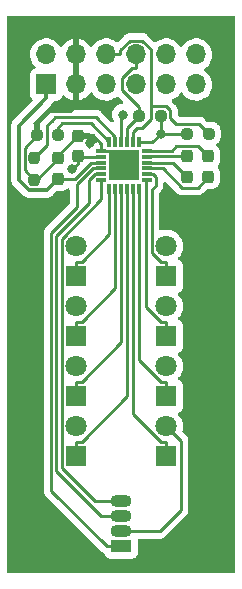
<source format=gtl>
G04 #@! TF.GenerationSoftware,KiCad,Pcbnew,6.0.9-8da3e8f707~116~ubuntu20.04.1*
G04 #@! TF.CreationDate,2023-03-08T17:55:06+01:00*
G04 #@! TF.ProjectId,led_drv_pmod,6c65645f-6472-4765-9f70-6d6f642e6b69,rev?*
G04 #@! TF.SameCoordinates,Original*
G04 #@! TF.FileFunction,Copper,L1,Top*
G04 #@! TF.FilePolarity,Positive*
%FSLAX46Y46*%
G04 Gerber Fmt 4.6, Leading zero omitted, Abs format (unit mm)*
G04 Created by KiCad (PCBNEW 6.0.9-8da3e8f707~116~ubuntu20.04.1) date 2023-03-08 17:55:06*
%MOMM*%
%LPD*%
G01*
G04 APERTURE LIST*
G04 Aperture macros list*
%AMRoundRect*
0 Rectangle with rounded corners*
0 $1 Rounding radius*
0 $2 $3 $4 $5 $6 $7 $8 $9 X,Y pos of 4 corners*
0 Add a 4 corners polygon primitive as box body*
4,1,4,$2,$3,$4,$5,$6,$7,$8,$9,$2,$3,0*
0 Add four circle primitives for the rounded corners*
1,1,$1+$1,$2,$3*
1,1,$1+$1,$4,$5*
1,1,$1+$1,$6,$7*
1,1,$1+$1,$8,$9*
0 Add four rect primitives between the rounded corners*
20,1,$1+$1,$2,$3,$4,$5,0*
20,1,$1+$1,$4,$5,$6,$7,0*
20,1,$1+$1,$6,$7,$8,$9,0*
20,1,$1+$1,$8,$9,$2,$3,0*%
G04 Aperture macros list end*
G04 #@! TA.AperFunction,ComponentPad*
%ADD10R,1.700000X1.700000*%
G04 #@! TD*
G04 #@! TA.AperFunction,ComponentPad*
%ADD11O,1.700000X1.700000*%
G04 #@! TD*
G04 #@! TA.AperFunction,SMDPad,CuDef*
%ADD12RoundRect,0.237500X-0.250000X-0.237500X0.250000X-0.237500X0.250000X0.237500X-0.250000X0.237500X0*%
G04 #@! TD*
G04 #@! TA.AperFunction,SMDPad,CuDef*
%ADD13RoundRect,0.237500X-0.237500X0.250000X-0.237500X-0.250000X0.237500X-0.250000X0.237500X0.250000X0*%
G04 #@! TD*
G04 #@! TA.AperFunction,ComponentPad*
%ADD14R,1.800000X1.800000*%
G04 #@! TD*
G04 #@! TA.AperFunction,ComponentPad*
%ADD15C,1.800000*%
G04 #@! TD*
G04 #@! TA.AperFunction,SMDPad,CuDef*
%ADD16RoundRect,0.237500X0.237500X-0.300000X0.237500X0.300000X-0.237500X0.300000X-0.237500X-0.300000X0*%
G04 #@! TD*
G04 #@! TA.AperFunction,SMDPad,CuDef*
%ADD17RoundRect,0.007800X0.397200X0.122200X-0.397200X0.122200X-0.397200X-0.122200X0.397200X-0.122200X0*%
G04 #@! TD*
G04 #@! TA.AperFunction,SMDPad,CuDef*
%ADD18RoundRect,0.007800X-0.122200X0.397200X-0.122200X-0.397200X0.122200X-0.397200X0.122200X0.397200X0*%
G04 #@! TD*
G04 #@! TA.AperFunction,SMDPad,CuDef*
%ADD19R,2.600000X2.600000*%
G04 #@! TD*
G04 #@! TA.AperFunction,ComponentPad*
%ADD20R,1.800000X1.070000*%
G04 #@! TD*
G04 #@! TA.AperFunction,ComponentPad*
%ADD21O,1.800000X1.070000*%
G04 #@! TD*
G04 #@! TA.AperFunction,SMDPad,CuDef*
%ADD22RoundRect,0.237500X0.250000X0.237500X-0.250000X0.237500X-0.250000X-0.237500X0.250000X-0.237500X0*%
G04 #@! TD*
G04 #@! TA.AperFunction,ViaPad*
%ADD23C,0.800000*%
G04 #@! TD*
G04 #@! TA.AperFunction,Conductor*
%ADD24C,0.250000*%
G04 #@! TD*
G04 #@! TA.AperFunction,Conductor*
%ADD25C,0.300000*%
G04 #@! TD*
G04 APERTURE END LIST*
D10*
X81280000Y-48260000D03*
D11*
X81280000Y-45720000D03*
X83820000Y-48260000D03*
X83820000Y-45720000D03*
X86360000Y-48260000D03*
X86360000Y-45720000D03*
X88900000Y-48260000D03*
X88900000Y-45720000D03*
X91440000Y-48260000D03*
X91440000Y-45720000D03*
X93980000Y-48260000D03*
X93980000Y-45720000D03*
D12*
X95043000Y-52424500D03*
X93218000Y-52424500D03*
D13*
X80264000Y-54512500D03*
X80264000Y-56337500D03*
D14*
X91440000Y-79730000D03*
D15*
X91440000Y-77190000D03*
D16*
X82296000Y-56234500D03*
X82296000Y-54509500D03*
D14*
X83820000Y-64490000D03*
D15*
X83820000Y-61950000D03*
D14*
X83820000Y-69570000D03*
D15*
X83820000Y-67030000D03*
D14*
X91440000Y-74650000D03*
D15*
X91440000Y-72110000D03*
D14*
X83820000Y-74650000D03*
D15*
X83820000Y-72110000D03*
D14*
X83820000Y-79730000D03*
D15*
X83820000Y-77190000D03*
D14*
X91440000Y-69570000D03*
D15*
X91440000Y-67030000D03*
D17*
X89834000Y-56368000D03*
X89834000Y-55868000D03*
X89834000Y-55368000D03*
X89834000Y-54868000D03*
X89834000Y-54368000D03*
X89834000Y-53868000D03*
D18*
X89134000Y-53168000D03*
X88634000Y-53168000D03*
X88134000Y-53168000D03*
X87634000Y-53168000D03*
X87134000Y-53168000D03*
X86634000Y-53168000D03*
D17*
X85934000Y-53868000D03*
X85934000Y-54368000D03*
X85934000Y-54868000D03*
X85934000Y-55368000D03*
X85934000Y-55868000D03*
X85934000Y-56368000D03*
D18*
X86634000Y-57068000D03*
X87134000Y-57068000D03*
X87634000Y-57068000D03*
X88134000Y-57068000D03*
X88634000Y-57068000D03*
X89134000Y-57068000D03*
D19*
X87884000Y-55118000D03*
D14*
X91440000Y-64490000D03*
D15*
X91440000Y-61950000D03*
D16*
X83947000Y-54329500D03*
X83947000Y-52604500D03*
D20*
X87630000Y-87350000D03*
D21*
X87630000Y-86080000D03*
X87630000Y-84810000D03*
X87630000Y-83540000D03*
D22*
X82296000Y-52578000D03*
X80471000Y-52578000D03*
X90955500Y-50927000D03*
X89130500Y-50927000D03*
D16*
X94996000Y-56081000D03*
X94996000Y-54356000D03*
X93218000Y-56081000D03*
X93218000Y-54356000D03*
D23*
X84988400Y-53238400D03*
X90957400Y-52425600D03*
X87884000Y-55118000D03*
X83820000Y-43180000D03*
X91440000Y-43180000D03*
X83496900Y-55429900D03*
X87763600Y-50803800D03*
D24*
X95043000Y-52424500D02*
X94243000Y-51624500D01*
X94243000Y-51624500D02*
X92264500Y-51624500D01*
X92264500Y-51624500D02*
X91768000Y-51128000D01*
X91768000Y-51128000D02*
X91768000Y-50456505D01*
X91768000Y-50456505D02*
X91398495Y-50087000D01*
X91398495Y-50087000D02*
X90121000Y-50087000D01*
D25*
X81280000Y-48260000D02*
X81280000Y-49435300D01*
X81280000Y-49435300D02*
X78978100Y-51737200D01*
X78978100Y-51737200D02*
X78978100Y-56369950D01*
X78978100Y-56369950D02*
X79783150Y-57175000D01*
X79783150Y-57175000D02*
X81355500Y-57175000D01*
X81355500Y-57175000D02*
X82296000Y-56234500D01*
D24*
X90121000Y-49833000D02*
X90121000Y-45260400D01*
X90121000Y-51219495D02*
X90121000Y-49833000D01*
X90957400Y-52425600D02*
X93216900Y-52425600D01*
X93216900Y-52425600D02*
X93218000Y-52424500D01*
X89134000Y-53168000D02*
X90215000Y-53168000D01*
X90215000Y-53168000D02*
X90957400Y-52425600D01*
X94996000Y-54356000D02*
X94130900Y-53490900D01*
X94130900Y-53490900D02*
X92305100Y-53490900D01*
X92305100Y-53490900D02*
X91928000Y-53868000D01*
X91928000Y-53868000D02*
X89834000Y-53868000D01*
X90957400Y-52425600D02*
X90957400Y-50928900D01*
X90957400Y-50928900D02*
X90955500Y-50927000D01*
X88634000Y-53168000D02*
X88634000Y-52310600D01*
X87535300Y-45352600D02*
X87535300Y-45720000D01*
X88634000Y-52310600D02*
X88976200Y-51968400D01*
X89405300Y-44544700D02*
X88343200Y-44544700D01*
X88976200Y-51968400D02*
X89372095Y-51968400D01*
X89372095Y-51968400D02*
X90121000Y-51219495D01*
X90121000Y-45260400D02*
X89405300Y-44544700D01*
X88343200Y-44544700D02*
X87535300Y-45352600D01*
X87535300Y-45720000D02*
X86360000Y-45720000D01*
X89130500Y-50927000D02*
X88134000Y-51923500D01*
X88134000Y-51923500D02*
X88134000Y-53168000D01*
X89130500Y-50927000D02*
X89130500Y-50152201D01*
X89130500Y-50152201D02*
X87725000Y-48746701D01*
X87725000Y-48746701D02*
X87725000Y-47703000D01*
X85934000Y-54868000D02*
X85083400Y-54868000D01*
X85083400Y-54868000D02*
X83716900Y-56234500D01*
X83716900Y-56234500D02*
X82296000Y-56234500D01*
X86678700Y-53912700D02*
X87884000Y-55118000D01*
X79453100Y-55526600D02*
X80264000Y-56337500D01*
X85934000Y-53868000D02*
X85934000Y-53295000D01*
X83820000Y-45720000D02*
X83820000Y-48260000D01*
X82296000Y-54255500D02*
X83947000Y-52604500D01*
X83820000Y-48260000D02*
X83820000Y-50038000D01*
X80471000Y-51609000D02*
X80471000Y-52578000D01*
X85934000Y-53295000D02*
X85217000Y-52578000D01*
X85978700Y-53912700D02*
X86678700Y-53912700D01*
X79453100Y-53595900D02*
X79453100Y-55526600D01*
X81026000Y-51054000D02*
X80471000Y-51609000D01*
X82296000Y-54509500D02*
X82296000Y-54255500D01*
X80471000Y-52578000D02*
X79453100Y-53595900D01*
X85217000Y-52578000D02*
X83973500Y-52578000D01*
X85934000Y-53868000D02*
X85978700Y-53912700D01*
X81534000Y-50546000D02*
X81026000Y-51054000D01*
X80264000Y-56337500D02*
X80468000Y-56337500D01*
X80468000Y-56337500D02*
X82296000Y-54509500D01*
X83312000Y-50546000D02*
X81534000Y-50546000D01*
X83820000Y-50038000D02*
X83312000Y-50546000D01*
X83973500Y-52578000D02*
X83947000Y-52604500D01*
X92005000Y-54868000D02*
X89834000Y-54868000D01*
X93218000Y-56081000D02*
X92005000Y-54868000D01*
X89846000Y-54356000D02*
X89834000Y-54368000D01*
X93218000Y-54356000D02*
X89846000Y-54356000D01*
X94996000Y-56081000D02*
X94095000Y-56982000D01*
X92763900Y-56982000D02*
X91149900Y-55368000D01*
X94095000Y-56982000D02*
X92763900Y-56982000D01*
X91149900Y-55368000D02*
X89834000Y-55368000D01*
X92665400Y-78415400D02*
X92665400Y-84320600D01*
X87630000Y-86080000D02*
X90906000Y-86080000D01*
X83985500Y-54368000D02*
X83947000Y-54329500D01*
X92665400Y-78415400D02*
X91440000Y-77190000D01*
X83947000Y-54329500D02*
X83947000Y-54979800D01*
X85934000Y-54368000D02*
X83985500Y-54368000D01*
X92665400Y-84320600D02*
X90906000Y-86080000D01*
X83947000Y-54979800D02*
X83496900Y-55429900D01*
X88134000Y-74650200D02*
X84279500Y-78504700D01*
X84279500Y-78504700D02*
X83820000Y-78504700D01*
X88134000Y-57068000D02*
X88134000Y-74650200D01*
X83820000Y-79730000D02*
X83820000Y-78504700D01*
X87634000Y-70070200D02*
X84279500Y-73424700D01*
X83820000Y-74650000D02*
X83820000Y-73424700D01*
X84279500Y-73424700D02*
X83820000Y-73424700D01*
X87634000Y-57068000D02*
X87634000Y-70070200D01*
X87134000Y-57068000D02*
X87134000Y-65490200D01*
X84279500Y-68344700D02*
X83820000Y-68344700D01*
X83820000Y-69570000D02*
X83820000Y-68344700D01*
X87134000Y-65490200D02*
X84279500Y-68344700D01*
X83820000Y-64490000D02*
X83820000Y-63264700D01*
X84279500Y-63264700D02*
X83820000Y-63264700D01*
X86634000Y-57068000D02*
X86634000Y-60910200D01*
X86634000Y-60910200D02*
X84279500Y-63264700D01*
X88634000Y-76158200D02*
X90980500Y-78504700D01*
X88634000Y-57068000D02*
X88634000Y-76158200D01*
X91440000Y-79730000D02*
X91440000Y-78504700D01*
X90980500Y-78504700D02*
X91440000Y-78504700D01*
X89134000Y-57068000D02*
X89134000Y-71578200D01*
X91440000Y-74650000D02*
X91440000Y-73424700D01*
X89134000Y-71578200D02*
X90980500Y-73424700D01*
X90980500Y-73424700D02*
X91440000Y-73424700D01*
X90980500Y-68344700D02*
X89758700Y-67122900D01*
X89758700Y-67122900D02*
X89758700Y-56443300D01*
X89758700Y-56443300D02*
X89834000Y-56368000D01*
X91440000Y-68344700D02*
X90980500Y-68344700D01*
X91440000Y-69570000D02*
X91440000Y-68344700D01*
X91440000Y-64490000D02*
X91440000Y-63264700D01*
X90980500Y-63264700D02*
X90209100Y-62493300D01*
X90572800Y-56116100D02*
X90324700Y-55868000D01*
X90324700Y-55868000D02*
X89834000Y-55868000D01*
X90209100Y-62493300D02*
X90209100Y-57158300D01*
X91440000Y-63264700D02*
X90980500Y-63264700D01*
X90209100Y-57158300D02*
X90572800Y-56794600D01*
X90572800Y-56794600D02*
X90572800Y-56116100D01*
X83901200Y-56687300D02*
X85220500Y-55368000D01*
X87630000Y-87350000D02*
X86404700Y-87350000D01*
X83901200Y-58659400D02*
X83901200Y-56687300D01*
X81692000Y-60868600D02*
X83901200Y-58659400D01*
X81692000Y-82637300D02*
X81692000Y-60868600D01*
X86404700Y-87350000D02*
X81692000Y-82637300D01*
X85220500Y-55368000D02*
X85934000Y-55368000D01*
X82142300Y-61055200D02*
X84929300Y-58268200D01*
X85413600Y-55868000D02*
X85934000Y-55868000D01*
X86404700Y-84810000D02*
X85927000Y-84810000D01*
X85927000Y-84810000D02*
X82142300Y-81025300D01*
X82142300Y-81025300D02*
X82142300Y-61055200D01*
X84929300Y-56352300D02*
X85413600Y-55868000D01*
X87630000Y-84810000D02*
X86404700Y-84810000D01*
X84929300Y-58268200D02*
X84929300Y-56352300D01*
X82592600Y-80764000D02*
X82592600Y-61334900D01*
X85368600Y-83540000D02*
X82592600Y-80764000D01*
X85934000Y-57993500D02*
X85934000Y-56368000D01*
X86404700Y-83540000D02*
X85368600Y-83540000D01*
X82592600Y-61334900D02*
X85934000Y-57993500D01*
X87630000Y-83540000D02*
X86404700Y-83540000D01*
X88532700Y-46895300D02*
X87718800Y-47709200D01*
X88900000Y-46895300D02*
X88532700Y-46895300D01*
X88900000Y-45720000D02*
X88900000Y-46895300D01*
X87634000Y-50933400D02*
X87634000Y-53168000D01*
X87763600Y-50803800D02*
X87634000Y-50933400D01*
X86634000Y-53168000D02*
X85028000Y-51562000D01*
X82653996Y-51562000D02*
X82296000Y-51919996D01*
X85028000Y-51562000D02*
X82653996Y-51562000D01*
X82296000Y-51919996D02*
X82296000Y-52578000D01*
X81751000Y-51345000D02*
X81751000Y-51354305D01*
X81751000Y-51354305D02*
X81383500Y-51721805D01*
X82042000Y-51054000D02*
X81751000Y-51345000D01*
X81383500Y-53393000D02*
X80264000Y-54512500D01*
X87134000Y-52677950D02*
X85510050Y-51054000D01*
X81383500Y-51721805D02*
X81383500Y-53393000D01*
X85510050Y-51054000D02*
X82042000Y-51054000D01*
X87134000Y-53168000D02*
X87134000Y-52677950D01*
G04 #@! TA.AperFunction,Conductor*
G36*
X97223621Y-42438502D02*
G01*
X97270114Y-42492158D01*
X97281500Y-42544500D01*
X97281500Y-89535500D01*
X97261498Y-89603621D01*
X97207842Y-89650114D01*
X97155500Y-89661500D01*
X78104500Y-89661500D01*
X78036379Y-89641498D01*
X77989886Y-89587842D01*
X77978500Y-89535500D01*
X77978500Y-51716352D01*
X78314694Y-51716352D01*
X78318034Y-51751680D01*
X78319041Y-51762338D01*
X78319600Y-51774196D01*
X78319600Y-56287894D01*
X78319041Y-56299750D01*
X78317312Y-56307487D01*
X78317561Y-56315409D01*
X78319538Y-56378319D01*
X78319600Y-56382277D01*
X78319600Y-56411382D01*
X78320156Y-56415782D01*
X78321088Y-56427614D01*
X78322538Y-56473781D01*
X78324750Y-56481394D01*
X78324750Y-56481395D01*
X78328519Y-56494366D01*
X78332530Y-56513732D01*
X78335218Y-56535014D01*
X78338134Y-56542379D01*
X78338135Y-56542383D01*
X78352226Y-56577971D01*
X78356065Y-56589181D01*
X78368955Y-56633550D01*
X78379875Y-56652015D01*
X78388566Y-56669755D01*
X78396465Y-56689706D01*
X78423616Y-56727076D01*
X78430133Y-56736998D01*
X78449607Y-56769927D01*
X78449610Y-56769931D01*
X78453647Y-56776757D01*
X78468811Y-56791921D01*
X78481651Y-56806954D01*
X78494259Y-56824307D01*
X78527352Y-56851684D01*
X78529852Y-56853752D01*
X78538632Y-56861742D01*
X79259495Y-57582605D01*
X79267485Y-57591385D01*
X79271734Y-57598080D01*
X79277512Y-57603506D01*
X79277513Y-57603507D01*
X79323407Y-57646604D01*
X79326249Y-57649359D01*
X79346817Y-57669927D01*
X79350320Y-57672644D01*
X79359345Y-57680352D01*
X79393017Y-57711972D01*
X79399968Y-57715793D01*
X79399969Y-57715794D01*
X79411808Y-57722303D01*
X79428332Y-57733157D01*
X79438421Y-57740982D01*
X79445282Y-57746304D01*
X79452554Y-57749451D01*
X79452556Y-57749452D01*
X79487685Y-57764654D01*
X79498345Y-57769876D01*
X79528318Y-57786354D01*
X79538813Y-57792124D01*
X79559591Y-57797459D01*
X79578281Y-57803858D01*
X79597974Y-57812380D01*
X79632713Y-57817882D01*
X79643598Y-57819606D01*
X79655221Y-57822013D01*
X79679904Y-57828350D01*
X79699962Y-57833500D01*
X79721409Y-57833500D01*
X79741119Y-57835051D01*
X79762302Y-57838406D01*
X79808291Y-57834059D01*
X79820146Y-57833500D01*
X81273444Y-57833500D01*
X81285300Y-57834059D01*
X81285303Y-57834059D01*
X81293037Y-57835788D01*
X81363869Y-57833562D01*
X81367827Y-57833500D01*
X81396932Y-57833500D01*
X81401332Y-57832944D01*
X81413164Y-57832012D01*
X81459331Y-57830562D01*
X81479921Y-57824580D01*
X81499282Y-57820570D01*
X81506916Y-57819606D01*
X81512704Y-57818875D01*
X81512705Y-57818875D01*
X81520564Y-57817882D01*
X81527929Y-57814966D01*
X81527933Y-57814965D01*
X81563521Y-57800874D01*
X81574731Y-57797035D01*
X81619100Y-57784145D01*
X81637565Y-57773225D01*
X81655305Y-57764534D01*
X81675256Y-57756635D01*
X81712629Y-57729482D01*
X81722548Y-57722967D01*
X81755477Y-57703493D01*
X81755481Y-57703490D01*
X81762307Y-57699453D01*
X81777471Y-57684289D01*
X81792505Y-57671448D01*
X81809857Y-57658841D01*
X81839303Y-57623247D01*
X81847292Y-57614468D01*
X82144355Y-57317405D01*
X82206667Y-57283379D01*
X82233450Y-57280500D01*
X82583072Y-57280500D01*
X82586318Y-57280163D01*
X82586322Y-57280163D01*
X82680235Y-57270419D01*
X82680239Y-57270418D01*
X82687093Y-57269707D01*
X82693629Y-57267526D01*
X82693631Y-57267526D01*
X82845159Y-57216972D01*
X82852107Y-57214654D01*
X83000031Y-57123116D01*
X83005204Y-57117934D01*
X83005209Y-57117930D01*
X83052527Y-57070529D01*
X83114809Y-57036449D01*
X83185629Y-57041452D01*
X83242502Y-57083949D01*
X83267371Y-57150447D01*
X83267700Y-57159546D01*
X83267700Y-58344806D01*
X83247698Y-58412927D01*
X83230795Y-58433901D01*
X81299747Y-60364948D01*
X81291461Y-60372488D01*
X81284982Y-60376600D01*
X81279557Y-60382377D01*
X81238357Y-60426251D01*
X81235602Y-60429093D01*
X81215865Y-60448830D01*
X81213385Y-60452027D01*
X81205682Y-60461047D01*
X81175414Y-60493279D01*
X81171595Y-60500225D01*
X81171593Y-60500228D01*
X81165652Y-60511034D01*
X81154801Y-60527553D01*
X81142386Y-60543559D01*
X81139241Y-60550828D01*
X81139238Y-60550832D01*
X81124826Y-60584137D01*
X81119609Y-60594787D01*
X81098305Y-60633540D01*
X81096334Y-60641215D01*
X81096334Y-60641216D01*
X81093267Y-60653162D01*
X81086863Y-60671866D01*
X81078819Y-60690455D01*
X81077580Y-60698278D01*
X81077577Y-60698288D01*
X81071901Y-60734124D01*
X81069495Y-60745744D01*
X81058500Y-60788570D01*
X81058500Y-60808824D01*
X81056949Y-60828534D01*
X81053780Y-60848543D01*
X81054526Y-60856435D01*
X81057941Y-60892561D01*
X81058500Y-60904419D01*
X81058500Y-82558533D01*
X81057973Y-82569716D01*
X81056298Y-82577209D01*
X81056547Y-82585135D01*
X81056547Y-82585136D01*
X81058438Y-82645286D01*
X81058500Y-82649245D01*
X81058500Y-82677156D01*
X81058997Y-82681090D01*
X81058997Y-82681091D01*
X81059005Y-82681156D01*
X81059938Y-82692993D01*
X81061327Y-82737189D01*
X81066978Y-82756639D01*
X81070987Y-82776000D01*
X81073526Y-82796097D01*
X81076445Y-82803468D01*
X81076445Y-82803470D01*
X81089804Y-82837212D01*
X81093649Y-82848442D01*
X81103771Y-82883283D01*
X81105982Y-82890893D01*
X81110015Y-82897712D01*
X81110017Y-82897717D01*
X81116293Y-82908328D01*
X81124988Y-82926076D01*
X81132448Y-82944917D01*
X81137110Y-82951333D01*
X81137110Y-82951334D01*
X81158436Y-82980687D01*
X81164952Y-82990607D01*
X81187458Y-83028662D01*
X81201779Y-83042983D01*
X81214619Y-83058016D01*
X81226528Y-83074407D01*
X81232634Y-83079458D01*
X81260605Y-83102598D01*
X81269384Y-83110588D01*
X85901043Y-87742247D01*
X85908587Y-87750537D01*
X85912700Y-87757018D01*
X85918477Y-87762443D01*
X85962367Y-87803658D01*
X85965209Y-87806413D01*
X85984930Y-87826134D01*
X85988125Y-87828612D01*
X85997147Y-87836318D01*
X86029379Y-87866586D01*
X86036328Y-87870406D01*
X86047132Y-87876346D01*
X86063656Y-87887199D01*
X86079659Y-87899613D01*
X86120243Y-87917176D01*
X86130873Y-87922383D01*
X86169640Y-87943695D01*
X86169641Y-87943695D01*
X86169114Y-87944654D01*
X86219272Y-87983787D01*
X86234899Y-88013039D01*
X86279385Y-88131705D01*
X86366739Y-88248261D01*
X86483295Y-88335615D01*
X86619684Y-88386745D01*
X86681866Y-88393500D01*
X88578134Y-88393500D01*
X88640316Y-88386745D01*
X88776705Y-88335615D01*
X88893261Y-88248261D01*
X88980615Y-88131705D01*
X89031745Y-87995316D01*
X89038500Y-87933134D01*
X89038500Y-86839500D01*
X89058502Y-86771379D01*
X89112158Y-86724886D01*
X89164500Y-86713500D01*
X90827233Y-86713500D01*
X90838416Y-86714027D01*
X90845909Y-86715702D01*
X90853835Y-86715453D01*
X90853836Y-86715453D01*
X90913986Y-86713562D01*
X90917945Y-86713500D01*
X90945856Y-86713500D01*
X90949791Y-86713003D01*
X90949856Y-86712995D01*
X90961693Y-86712062D01*
X90993951Y-86711048D01*
X90997970Y-86710922D01*
X91005889Y-86710673D01*
X91025343Y-86705021D01*
X91044700Y-86701013D01*
X91056930Y-86699468D01*
X91056931Y-86699468D01*
X91064797Y-86698474D01*
X91072168Y-86695555D01*
X91072170Y-86695555D01*
X91105912Y-86682196D01*
X91117142Y-86678351D01*
X91151983Y-86668229D01*
X91151984Y-86668229D01*
X91159593Y-86666018D01*
X91166412Y-86661985D01*
X91166417Y-86661983D01*
X91177028Y-86655707D01*
X91194776Y-86647012D01*
X91213617Y-86639552D01*
X91249387Y-86613564D01*
X91259307Y-86607048D01*
X91290535Y-86588580D01*
X91290538Y-86588578D01*
X91297362Y-86584542D01*
X91311683Y-86570221D01*
X91326717Y-86557380D01*
X91336694Y-86550131D01*
X91343107Y-86545472D01*
X91371298Y-86511395D01*
X91379288Y-86502616D01*
X93057647Y-84824257D01*
X93065937Y-84816713D01*
X93072418Y-84812600D01*
X93119059Y-84762932D01*
X93121813Y-84760091D01*
X93141534Y-84740370D01*
X93144012Y-84737175D01*
X93151718Y-84728153D01*
X93176558Y-84701701D01*
X93181986Y-84695921D01*
X93191746Y-84678168D01*
X93202599Y-84661645D01*
X93210153Y-84651906D01*
X93215013Y-84645641D01*
X93232576Y-84605057D01*
X93237783Y-84594427D01*
X93259095Y-84555660D01*
X93261066Y-84547983D01*
X93261068Y-84547978D01*
X93264132Y-84536042D01*
X93270538Y-84517330D01*
X93275434Y-84506017D01*
X93278581Y-84498745D01*
X93285497Y-84455081D01*
X93287904Y-84443460D01*
X93296928Y-84408311D01*
X93296928Y-84408310D01*
X93298900Y-84400630D01*
X93298900Y-84380369D01*
X93300451Y-84360658D01*
X93302379Y-84348485D01*
X93303619Y-84340657D01*
X93299459Y-84296646D01*
X93298900Y-84284789D01*
X93298900Y-78494167D01*
X93299427Y-78482984D01*
X93301102Y-78475491D01*
X93298962Y-78407414D01*
X93298900Y-78403455D01*
X93298900Y-78375544D01*
X93298395Y-78371544D01*
X93297462Y-78359701D01*
X93296322Y-78323429D01*
X93296073Y-78315510D01*
X93290422Y-78296058D01*
X93286414Y-78276706D01*
X93284867Y-78264463D01*
X93283874Y-78256603D01*
X93280956Y-78249232D01*
X93267600Y-78215497D01*
X93263755Y-78204270D01*
X93263121Y-78202087D01*
X93251418Y-78161807D01*
X93247384Y-78154985D01*
X93247381Y-78154979D01*
X93241106Y-78144368D01*
X93232410Y-78126618D01*
X93227872Y-78115156D01*
X93227869Y-78115151D01*
X93224952Y-78107783D01*
X93198973Y-78072025D01*
X93192457Y-78062107D01*
X93173975Y-78030857D01*
X93169942Y-78024037D01*
X93155618Y-78009713D01*
X93142776Y-77994678D01*
X93130872Y-77978293D01*
X93096806Y-77950111D01*
X93088027Y-77942122D01*
X92831299Y-77685394D01*
X92797273Y-77623082D01*
X92799836Y-77559672D01*
X92821408Y-77488671D01*
X92851640Y-77259041D01*
X92853327Y-77190000D01*
X92847032Y-77113434D01*
X92834773Y-76964318D01*
X92834772Y-76964312D01*
X92834349Y-76959167D01*
X92777925Y-76734533D01*
X92763771Y-76701981D01*
X92687630Y-76526868D01*
X92687628Y-76526865D01*
X92685570Y-76522131D01*
X92559764Y-76327665D01*
X92550057Y-76316997D01*
X92469848Y-76228848D01*
X92438796Y-76165002D01*
X92447192Y-76094504D01*
X92492369Y-76039736D01*
X92518812Y-76026067D01*
X92578297Y-76003767D01*
X92586705Y-76000615D01*
X92703261Y-75913261D01*
X92790615Y-75796705D01*
X92841745Y-75660316D01*
X92848500Y-75598134D01*
X92848500Y-73701866D01*
X92841745Y-73639684D01*
X92790615Y-73503295D01*
X92703261Y-73386739D01*
X92586705Y-73299385D01*
X92578296Y-73296233D01*
X92578295Y-73296232D01*
X92519804Y-73274305D01*
X92463039Y-73231664D01*
X92438339Y-73165103D01*
X92453546Y-73095754D01*
X92475093Y-73067073D01*
X92512636Y-73029660D01*
X92512640Y-73029655D01*
X92516303Y-73026005D01*
X92651458Y-72837917D01*
X92662009Y-72816570D01*
X92751784Y-72634922D01*
X92751785Y-72634920D01*
X92754078Y-72630280D01*
X92821408Y-72408671D01*
X92851640Y-72179041D01*
X92853327Y-72110000D01*
X92847032Y-72033434D01*
X92834773Y-71884318D01*
X92834772Y-71884312D01*
X92834349Y-71879167D01*
X92777925Y-71654533D01*
X92763771Y-71621981D01*
X92687630Y-71446868D01*
X92687628Y-71446865D01*
X92685570Y-71442131D01*
X92559764Y-71247665D01*
X92469848Y-71148848D01*
X92438796Y-71085002D01*
X92447192Y-71014504D01*
X92492369Y-70959736D01*
X92518812Y-70946067D01*
X92578297Y-70923767D01*
X92586705Y-70920615D01*
X92703261Y-70833261D01*
X92790615Y-70716705D01*
X92841745Y-70580316D01*
X92848500Y-70518134D01*
X92848500Y-68621866D01*
X92841745Y-68559684D01*
X92790615Y-68423295D01*
X92703261Y-68306739D01*
X92586705Y-68219385D01*
X92578296Y-68216233D01*
X92578295Y-68216232D01*
X92519804Y-68194305D01*
X92463039Y-68151664D01*
X92438339Y-68085103D01*
X92453546Y-68015754D01*
X92475093Y-67987073D01*
X92512636Y-67949660D01*
X92512640Y-67949655D01*
X92516303Y-67946005D01*
X92651458Y-67757917D01*
X92754078Y-67550280D01*
X92821408Y-67328671D01*
X92851640Y-67099041D01*
X92853327Y-67030000D01*
X92835635Y-66814805D01*
X92834773Y-66804318D01*
X92834772Y-66804312D01*
X92834349Y-66799167D01*
X92777925Y-66574533D01*
X92734562Y-66474804D01*
X92687630Y-66366868D01*
X92687628Y-66366865D01*
X92685570Y-66362131D01*
X92559764Y-66167665D01*
X92469848Y-66068848D01*
X92438796Y-66005002D01*
X92447192Y-65934504D01*
X92492369Y-65879736D01*
X92518812Y-65866067D01*
X92578297Y-65843767D01*
X92586705Y-65840615D01*
X92703261Y-65753261D01*
X92790615Y-65636705D01*
X92841745Y-65500316D01*
X92848500Y-65438134D01*
X92848500Y-63541866D01*
X92841745Y-63479684D01*
X92790615Y-63343295D01*
X92703261Y-63226739D01*
X92586705Y-63139385D01*
X92578296Y-63136233D01*
X92578295Y-63136232D01*
X92519804Y-63114305D01*
X92463039Y-63071664D01*
X92438339Y-63005103D01*
X92453546Y-62935754D01*
X92475093Y-62907073D01*
X92512636Y-62869660D01*
X92512640Y-62869655D01*
X92516303Y-62866005D01*
X92651458Y-62677917D01*
X92754078Y-62470280D01*
X92821408Y-62248671D01*
X92851640Y-62019041D01*
X92853327Y-61950000D01*
X92847032Y-61873434D01*
X92834773Y-61724318D01*
X92834772Y-61724312D01*
X92834349Y-61719167D01*
X92777925Y-61494533D01*
X92734562Y-61394804D01*
X92687630Y-61286868D01*
X92687628Y-61286865D01*
X92685570Y-61282131D01*
X92559764Y-61087665D01*
X92403887Y-60916358D01*
X92399836Y-60913159D01*
X92399832Y-60913155D01*
X92226177Y-60776011D01*
X92226172Y-60776008D01*
X92222123Y-60772810D01*
X92217607Y-60770317D01*
X92217604Y-60770315D01*
X92023879Y-60663373D01*
X92023875Y-60663371D01*
X92019355Y-60660876D01*
X92014486Y-60659152D01*
X92014482Y-60659150D01*
X91805903Y-60585288D01*
X91805899Y-60585287D01*
X91801028Y-60583562D01*
X91795935Y-60582655D01*
X91795932Y-60582654D01*
X91578095Y-60543851D01*
X91578089Y-60543850D01*
X91573006Y-60542945D01*
X91500096Y-60542054D01*
X91346581Y-60540179D01*
X91346579Y-60540179D01*
X91341411Y-60540116D01*
X91112464Y-60575150D01*
X91068288Y-60589589D01*
X91007745Y-60609377D01*
X90936781Y-60611528D01*
X90875919Y-60574972D01*
X90844483Y-60511314D01*
X90842600Y-60489612D01*
X90842600Y-57472894D01*
X90862602Y-57404773D01*
X90879505Y-57383799D01*
X90965047Y-57298257D01*
X90973337Y-57290713D01*
X90979818Y-57286600D01*
X90995682Y-57269707D01*
X91026458Y-57236933D01*
X91029213Y-57234091D01*
X91048934Y-57214370D01*
X91051412Y-57211175D01*
X91059118Y-57202153D01*
X91083958Y-57175701D01*
X91089386Y-57169921D01*
X91099146Y-57152168D01*
X91109999Y-57135645D01*
X91111156Y-57134153D01*
X91122413Y-57119641D01*
X91139976Y-57079057D01*
X91145183Y-57068427D01*
X91166495Y-57029660D01*
X91168466Y-57021983D01*
X91168468Y-57021978D01*
X91171532Y-57010042D01*
X91177938Y-56991330D01*
X91182834Y-56980017D01*
X91185981Y-56972745D01*
X91187298Y-56964434D01*
X91192897Y-56929081D01*
X91195304Y-56917460D01*
X91204328Y-56882311D01*
X91204328Y-56882310D01*
X91206300Y-56874630D01*
X91206300Y-56854369D01*
X91207851Y-56834658D01*
X91209491Y-56824307D01*
X91211019Y-56814657D01*
X91206859Y-56770646D01*
X91206300Y-56758789D01*
X91206300Y-56624494D01*
X91226302Y-56556373D01*
X91279958Y-56509880D01*
X91350232Y-56499776D01*
X91414812Y-56529270D01*
X91421395Y-56535399D01*
X92260243Y-57374247D01*
X92267787Y-57382537D01*
X92271900Y-57389018D01*
X92277677Y-57394443D01*
X92321567Y-57435658D01*
X92324409Y-57438413D01*
X92344131Y-57458135D01*
X92347273Y-57460572D01*
X92347333Y-57460619D01*
X92356345Y-57468317D01*
X92369778Y-57480931D01*
X92388579Y-57498586D01*
X92395522Y-57502403D01*
X92406331Y-57508345D01*
X92422853Y-57519198D01*
X92438859Y-57531614D01*
X92446137Y-57534764D01*
X92446138Y-57534764D01*
X92479437Y-57549174D01*
X92490087Y-57554391D01*
X92528840Y-57575695D01*
X92536515Y-57577666D01*
X92536516Y-57577666D01*
X92548462Y-57580733D01*
X92567167Y-57587137D01*
X92585755Y-57595181D01*
X92593578Y-57596420D01*
X92593588Y-57596423D01*
X92629424Y-57602099D01*
X92641044Y-57604505D01*
X92672859Y-57612673D01*
X92683870Y-57615500D01*
X92704124Y-57615500D01*
X92723834Y-57617051D01*
X92743843Y-57620220D01*
X92751735Y-57619474D01*
X92770480Y-57617702D01*
X92787862Y-57616059D01*
X92799719Y-57615500D01*
X94016233Y-57615500D01*
X94027416Y-57616027D01*
X94034909Y-57617702D01*
X94042835Y-57617453D01*
X94042836Y-57617453D01*
X94102986Y-57615562D01*
X94106945Y-57615500D01*
X94134856Y-57615500D01*
X94138791Y-57615003D01*
X94138856Y-57614995D01*
X94150693Y-57614062D01*
X94182951Y-57613048D01*
X94186970Y-57612922D01*
X94194889Y-57612673D01*
X94214343Y-57607021D01*
X94233700Y-57603013D01*
X94245930Y-57601468D01*
X94245931Y-57601468D01*
X94253797Y-57600474D01*
X94261168Y-57597555D01*
X94261170Y-57597555D01*
X94294912Y-57584196D01*
X94306142Y-57580351D01*
X94340983Y-57570229D01*
X94340984Y-57570229D01*
X94348593Y-57568018D01*
X94355412Y-57563985D01*
X94355417Y-57563983D01*
X94366028Y-57557707D01*
X94383776Y-57549012D01*
X94402617Y-57541552D01*
X94438387Y-57515564D01*
X94448307Y-57509048D01*
X94479535Y-57490580D01*
X94479538Y-57490578D01*
X94486362Y-57486542D01*
X94500683Y-57472221D01*
X94515717Y-57459380D01*
X94517431Y-57458135D01*
X94532107Y-57447472D01*
X94560298Y-57413395D01*
X94568288Y-57404616D01*
X94808999Y-57163905D01*
X94871311Y-57129879D01*
X94898094Y-57127000D01*
X95283072Y-57127000D01*
X95286318Y-57126663D01*
X95286322Y-57126663D01*
X95380235Y-57116919D01*
X95380239Y-57116918D01*
X95387093Y-57116207D01*
X95393629Y-57114026D01*
X95393631Y-57114026D01*
X95545159Y-57063472D01*
X95552107Y-57061154D01*
X95700031Y-56969616D01*
X95705204Y-56964434D01*
X95817758Y-56851684D01*
X95817762Y-56851679D01*
X95822929Y-56846503D01*
X95826770Y-56840272D01*
X95910369Y-56704650D01*
X95910370Y-56704648D01*
X95914209Y-56698420D01*
X95968974Y-56533309D01*
X95971375Y-56509880D01*
X95979172Y-56433771D01*
X95979500Y-56430572D01*
X95979500Y-55731428D01*
X95978871Y-55725361D01*
X95969419Y-55634265D01*
X95969418Y-55634261D01*
X95968707Y-55627407D01*
X95913654Y-55462393D01*
X95874136Y-55398532D01*
X95825969Y-55320695D01*
X95825968Y-55320694D01*
X95822116Y-55314469D01*
X95815212Y-55307577D01*
X95814411Y-55306113D01*
X95812389Y-55303562D01*
X95812826Y-55303216D01*
X95781134Y-55245296D01*
X95786137Y-55174476D01*
X95815056Y-55129390D01*
X95817757Y-55126684D01*
X95822929Y-55121503D01*
X95827238Y-55114513D01*
X95910369Y-54979650D01*
X95910370Y-54979648D01*
X95914209Y-54973420D01*
X95968974Y-54808309D01*
X95979500Y-54705572D01*
X95979500Y-54006428D01*
X95979163Y-54003178D01*
X95969419Y-53909265D01*
X95969418Y-53909261D01*
X95968707Y-53902407D01*
X95964704Y-53890407D01*
X95915972Y-53744341D01*
X95913654Y-53737393D01*
X95822116Y-53589469D01*
X95701329Y-53468893D01*
X95667250Y-53406611D01*
X95672253Y-53335791D01*
X95714750Y-53278918D01*
X95724044Y-53272576D01*
X95753303Y-53254470D01*
X95759531Y-53250616D01*
X95780293Y-53229818D01*
X95877258Y-53132684D01*
X95877262Y-53132679D01*
X95882429Y-53127503D01*
X95922045Y-53063234D01*
X95969869Y-52985650D01*
X95969870Y-52985648D01*
X95973709Y-52979420D01*
X96028474Y-52814309D01*
X96032592Y-52774121D01*
X96038672Y-52714771D01*
X96039000Y-52711572D01*
X96039000Y-52137428D01*
X96028207Y-52033407D01*
X96020385Y-52009960D01*
X95975472Y-51875341D01*
X95973154Y-51868393D01*
X95881616Y-51720469D01*
X95846462Y-51685376D01*
X95763684Y-51602742D01*
X95763679Y-51602738D01*
X95758503Y-51597571D01*
X95697317Y-51559855D01*
X95616650Y-51510131D01*
X95616648Y-51510130D01*
X95610420Y-51506291D01*
X95445309Y-51451526D01*
X95438473Y-51450826D01*
X95438470Y-51450825D01*
X95386974Y-51445549D01*
X95342572Y-51441000D01*
X95007595Y-51441000D01*
X94939474Y-51420998D01*
X94918500Y-51404095D01*
X94746652Y-51232247D01*
X94739112Y-51223961D01*
X94735000Y-51217482D01*
X94685348Y-51170856D01*
X94682507Y-51168102D01*
X94662770Y-51148365D01*
X94659573Y-51145885D01*
X94650551Y-51138180D01*
X94624100Y-51113341D01*
X94618321Y-51107914D01*
X94611375Y-51104095D01*
X94611372Y-51104093D01*
X94600566Y-51098152D01*
X94584047Y-51087301D01*
X94583583Y-51086941D01*
X94568041Y-51074886D01*
X94560772Y-51071741D01*
X94560768Y-51071738D01*
X94527463Y-51057326D01*
X94516813Y-51052109D01*
X94478060Y-51030805D01*
X94458437Y-51025767D01*
X94439734Y-51019363D01*
X94428420Y-51014467D01*
X94428419Y-51014467D01*
X94421145Y-51011319D01*
X94413322Y-51010080D01*
X94413312Y-51010077D01*
X94377476Y-51004401D01*
X94365856Y-51001995D01*
X94330711Y-50992972D01*
X94330710Y-50992972D01*
X94323030Y-50991000D01*
X94302776Y-50991000D01*
X94283065Y-50989449D01*
X94270886Y-50987520D01*
X94263057Y-50986280D01*
X94255165Y-50987026D01*
X94219039Y-50990441D01*
X94207181Y-50991000D01*
X92579095Y-50991000D01*
X92510974Y-50970998D01*
X92489999Y-50954095D01*
X92438404Y-50902499D01*
X92404379Y-50840186D01*
X92401500Y-50813404D01*
X92401500Y-50535272D01*
X92402027Y-50524089D01*
X92403702Y-50516596D01*
X92403153Y-50499110D01*
X92401562Y-50448506D01*
X92401500Y-50444548D01*
X92401500Y-50416649D01*
X92400996Y-50412658D01*
X92400063Y-50400816D01*
X92398923Y-50364541D01*
X92398674Y-50356616D01*
X92396462Y-50349002D01*
X92396461Y-50348997D01*
X92393023Y-50337164D01*
X92389012Y-50317800D01*
X92387467Y-50305569D01*
X92386474Y-50297708D01*
X92383557Y-50290341D01*
X92383556Y-50290336D01*
X92370198Y-50256597D01*
X92366354Y-50245370D01*
X92356230Y-50210527D01*
X92354018Y-50202912D01*
X92343707Y-50185477D01*
X92335012Y-50167729D01*
X92327552Y-50148888D01*
X92301564Y-50113118D01*
X92295048Y-50103198D01*
X92276578Y-50071968D01*
X92272542Y-50065143D01*
X92266936Y-50059536D01*
X92258220Y-50050820D01*
X92245379Y-50035786D01*
X92238131Y-50025810D01*
X92238130Y-50025809D01*
X92233472Y-50019398D01*
X92199407Y-49991217D01*
X92190626Y-49983227D01*
X91927279Y-49719879D01*
X91893254Y-49657567D01*
X91898319Y-49586751D01*
X91940866Y-49529916D01*
X91960942Y-49517633D01*
X92051516Y-49473261D01*
X92137994Y-49430896D01*
X92319860Y-49301173D01*
X92478096Y-49143489D01*
X92608453Y-48962077D01*
X92609776Y-48963028D01*
X92656645Y-48919857D01*
X92726580Y-48907625D01*
X92792026Y-48935144D01*
X92819875Y-48966994D01*
X92879987Y-49065088D01*
X93026250Y-49233938D01*
X93198126Y-49376632D01*
X93391000Y-49489338D01*
X93599692Y-49569030D01*
X93604760Y-49570061D01*
X93604763Y-49570062D01*
X93686793Y-49586751D01*
X93818597Y-49613567D01*
X93823772Y-49613757D01*
X93823774Y-49613757D01*
X94036673Y-49621564D01*
X94036677Y-49621564D01*
X94041837Y-49621753D01*
X94046957Y-49621097D01*
X94046959Y-49621097D01*
X94258288Y-49594025D01*
X94258289Y-49594025D01*
X94263416Y-49593368D01*
X94268366Y-49591883D01*
X94472429Y-49530661D01*
X94472434Y-49530659D01*
X94477384Y-49529174D01*
X94677994Y-49430896D01*
X94859860Y-49301173D01*
X95018096Y-49143489D01*
X95148453Y-48962077D01*
X95161995Y-48934678D01*
X95245136Y-48766453D01*
X95245137Y-48766451D01*
X95247430Y-48761811D01*
X95312370Y-48548069D01*
X95341529Y-48326590D01*
X95343156Y-48260000D01*
X95324852Y-48037361D01*
X95270431Y-47820702D01*
X95181354Y-47615840D01*
X95060014Y-47428277D01*
X94909670Y-47263051D01*
X94905619Y-47259852D01*
X94905615Y-47259848D01*
X94738414Y-47127800D01*
X94738410Y-47127798D01*
X94734359Y-47124598D01*
X94693053Y-47101796D01*
X94643084Y-47051364D01*
X94628312Y-46981921D01*
X94653428Y-46915516D01*
X94680780Y-46888909D01*
X94724603Y-46857650D01*
X94859860Y-46761173D01*
X95018096Y-46603489D01*
X95077594Y-46520689D01*
X95145435Y-46426277D01*
X95148453Y-46422077D01*
X95161995Y-46394678D01*
X95245136Y-46226453D01*
X95245137Y-46226451D01*
X95247430Y-46221811D01*
X95312370Y-46008069D01*
X95341529Y-45786590D01*
X95343156Y-45720000D01*
X95324852Y-45497361D01*
X95270431Y-45280702D01*
X95181354Y-45075840D01*
X95060014Y-44888277D01*
X94909670Y-44723051D01*
X94905619Y-44719852D01*
X94905615Y-44719848D01*
X94738414Y-44587800D01*
X94738410Y-44587798D01*
X94734359Y-44584598D01*
X94698028Y-44564542D01*
X94682136Y-44555769D01*
X94538789Y-44476638D01*
X94533920Y-44474914D01*
X94533916Y-44474912D01*
X94333087Y-44403795D01*
X94333083Y-44403794D01*
X94328212Y-44402069D01*
X94323119Y-44401162D01*
X94323116Y-44401161D01*
X94113373Y-44363800D01*
X94113367Y-44363799D01*
X94108284Y-44362894D01*
X94034452Y-44361992D01*
X93890081Y-44360228D01*
X93890079Y-44360228D01*
X93884911Y-44360165D01*
X93664091Y-44393955D01*
X93451756Y-44463357D01*
X93253607Y-44566507D01*
X93249474Y-44569610D01*
X93249471Y-44569612D01*
X93084778Y-44693267D01*
X93074965Y-44700635D01*
X92920629Y-44862138D01*
X92813201Y-45019621D01*
X92758293Y-45064621D01*
X92687768Y-45072792D01*
X92624021Y-45041538D01*
X92603324Y-45017054D01*
X92522822Y-44892617D01*
X92522820Y-44892614D01*
X92520014Y-44888277D01*
X92369670Y-44723051D01*
X92365619Y-44719852D01*
X92365615Y-44719848D01*
X92198414Y-44587800D01*
X92198410Y-44587798D01*
X92194359Y-44584598D01*
X92158028Y-44564542D01*
X92142136Y-44555769D01*
X91998789Y-44476638D01*
X91993920Y-44474914D01*
X91993916Y-44474912D01*
X91793087Y-44403795D01*
X91793083Y-44403794D01*
X91788212Y-44402069D01*
X91783119Y-44401162D01*
X91783116Y-44401161D01*
X91573373Y-44363800D01*
X91573367Y-44363799D01*
X91568284Y-44362894D01*
X91494452Y-44361992D01*
X91350081Y-44360228D01*
X91350079Y-44360228D01*
X91344911Y-44360165D01*
X91124091Y-44393955D01*
X90911756Y-44463357D01*
X90713607Y-44566507D01*
X90709474Y-44569610D01*
X90709471Y-44569612D01*
X90577950Y-44668361D01*
X90511465Y-44693267D01*
X90442070Y-44678275D01*
X90413202Y-44656696D01*
X89908948Y-44152442D01*
X89901413Y-44144162D01*
X89897300Y-44137682D01*
X89847648Y-44091056D01*
X89844807Y-44088302D01*
X89825070Y-44068565D01*
X89821873Y-44066085D01*
X89812851Y-44058380D01*
X89799422Y-44045769D01*
X89780621Y-44028114D01*
X89773675Y-44024295D01*
X89773672Y-44024293D01*
X89762866Y-44018352D01*
X89746347Y-44007501D01*
X89745883Y-44007141D01*
X89730341Y-43995086D01*
X89723072Y-43991941D01*
X89723068Y-43991938D01*
X89689763Y-43977526D01*
X89679113Y-43972309D01*
X89640360Y-43951005D01*
X89620737Y-43945967D01*
X89602034Y-43939563D01*
X89590720Y-43934667D01*
X89590719Y-43934667D01*
X89583445Y-43931519D01*
X89575622Y-43930280D01*
X89575612Y-43930277D01*
X89539776Y-43924601D01*
X89528156Y-43922195D01*
X89493011Y-43913172D01*
X89493010Y-43913172D01*
X89485330Y-43911200D01*
X89465076Y-43911200D01*
X89445365Y-43909649D01*
X89433186Y-43907720D01*
X89425357Y-43906480D01*
X89396086Y-43909247D01*
X89381339Y-43910641D01*
X89369481Y-43911200D01*
X88421967Y-43911200D01*
X88410784Y-43910673D01*
X88403291Y-43908998D01*
X88395365Y-43909247D01*
X88395364Y-43909247D01*
X88335214Y-43911138D01*
X88331255Y-43911200D01*
X88303344Y-43911200D01*
X88299410Y-43911697D01*
X88299409Y-43911697D01*
X88299344Y-43911705D01*
X88287507Y-43912638D01*
X88255690Y-43913638D01*
X88251229Y-43913778D01*
X88243310Y-43914027D01*
X88225654Y-43919156D01*
X88223858Y-43919678D01*
X88204506Y-43923686D01*
X88197435Y-43924580D01*
X88184403Y-43926226D01*
X88177034Y-43929143D01*
X88177032Y-43929144D01*
X88143297Y-43942500D01*
X88132069Y-43946345D01*
X88089607Y-43958682D01*
X88082784Y-43962717D01*
X88082782Y-43962718D01*
X88072172Y-43968993D01*
X88054424Y-43977688D01*
X88035583Y-43985148D01*
X88029167Y-43989810D01*
X88029166Y-43989810D01*
X87999813Y-44011136D01*
X87989893Y-44017652D01*
X87958665Y-44036120D01*
X87958662Y-44036122D01*
X87951838Y-44040158D01*
X87937517Y-44054479D01*
X87922484Y-44067319D01*
X87906093Y-44079228D01*
X87901042Y-44085333D01*
X87901037Y-44085338D01*
X87877901Y-44113304D01*
X87869913Y-44122082D01*
X87357332Y-44634663D01*
X87295020Y-44668689D01*
X87224205Y-44663624D01*
X87190145Y-44644450D01*
X87118414Y-44587800D01*
X87118410Y-44587798D01*
X87114359Y-44584598D01*
X87078028Y-44564542D01*
X87062136Y-44555769D01*
X86918789Y-44476638D01*
X86913920Y-44474914D01*
X86913916Y-44474912D01*
X86713087Y-44403795D01*
X86713083Y-44403794D01*
X86708212Y-44402069D01*
X86703119Y-44401162D01*
X86703116Y-44401161D01*
X86493373Y-44363800D01*
X86493367Y-44363799D01*
X86488284Y-44362894D01*
X86414452Y-44361992D01*
X86270081Y-44360228D01*
X86270079Y-44360228D01*
X86264911Y-44360165D01*
X86044091Y-44393955D01*
X85831756Y-44463357D01*
X85633607Y-44566507D01*
X85629474Y-44569610D01*
X85629471Y-44569612D01*
X85464778Y-44693267D01*
X85454965Y-44700635D01*
X85300629Y-44862138D01*
X85193204Y-45019618D01*
X85192898Y-45020066D01*
X85137987Y-45065069D01*
X85067462Y-45073240D01*
X85003715Y-45041986D01*
X84983018Y-45017502D01*
X84902426Y-44892926D01*
X84896136Y-44884757D01*
X84752806Y-44727240D01*
X84745273Y-44720215D01*
X84578139Y-44588222D01*
X84569552Y-44582517D01*
X84383117Y-44479599D01*
X84373705Y-44475369D01*
X84172959Y-44404280D01*
X84162988Y-44401646D01*
X84091837Y-44388972D01*
X84078540Y-44390432D01*
X84074000Y-44404989D01*
X84074000Y-49578517D01*
X84078064Y-49592359D01*
X84091478Y-49594393D01*
X84098184Y-49593534D01*
X84108262Y-49591392D01*
X84312255Y-49530191D01*
X84321842Y-49526433D01*
X84513095Y-49432739D01*
X84521945Y-49427464D01*
X84695328Y-49303792D01*
X84703200Y-49297139D01*
X84854052Y-49146812D01*
X84860730Y-49138965D01*
X84988022Y-48961819D01*
X84989279Y-48962722D01*
X85036373Y-48919362D01*
X85106311Y-48907145D01*
X85171751Y-48934678D01*
X85199579Y-48966511D01*
X85259987Y-49065088D01*
X85406250Y-49233938D01*
X85578126Y-49376632D01*
X85771000Y-49489338D01*
X85979692Y-49569030D01*
X85984760Y-49570061D01*
X85984763Y-49570062D01*
X86066793Y-49586751D01*
X86198597Y-49613567D01*
X86203772Y-49613757D01*
X86203774Y-49613757D01*
X86416673Y-49621564D01*
X86416677Y-49621564D01*
X86421837Y-49621753D01*
X86426957Y-49621097D01*
X86426959Y-49621097D01*
X86638288Y-49594025D01*
X86638289Y-49594025D01*
X86643416Y-49593368D01*
X86648366Y-49591883D01*
X86852429Y-49530661D01*
X86852434Y-49530659D01*
X86857384Y-49529174D01*
X87057994Y-49430896D01*
X87062199Y-49427896D01*
X87062205Y-49427893D01*
X87217996Y-49316768D01*
X87236901Y-49303284D01*
X87303973Y-49280011D01*
X87372982Y-49296694D01*
X87399163Y-49316768D01*
X87762600Y-49680205D01*
X87796626Y-49742517D01*
X87791561Y-49813332D01*
X87749014Y-49870168D01*
X87682494Y-49894979D01*
X87675339Y-49895234D01*
X87674711Y-49895300D01*
X87668113Y-49895300D01*
X87661661Y-49896672D01*
X87661656Y-49896672D01*
X87574713Y-49915153D01*
X87481312Y-49935006D01*
X87475282Y-49937691D01*
X87475281Y-49937691D01*
X87312878Y-50009997D01*
X87312876Y-50009998D01*
X87306848Y-50012682D01*
X87152347Y-50124934D01*
X87147926Y-50129844D01*
X87147925Y-50129845D01*
X87088282Y-50196086D01*
X87024560Y-50266856D01*
X86989467Y-50327639D01*
X86937863Y-50417020D01*
X86929073Y-50432244D01*
X86870058Y-50613872D01*
X86869368Y-50620433D01*
X86869368Y-50620435D01*
X86865026Y-50661747D01*
X86850096Y-50803800D01*
X86850786Y-50810365D01*
X86869354Y-50987026D01*
X86870058Y-50993728D01*
X86929073Y-51175356D01*
X86932376Y-51181078D01*
X86932377Y-51181079D01*
X86983619Y-51269832D01*
X87000500Y-51332832D01*
X87000500Y-51344356D01*
X86980498Y-51412477D01*
X86926842Y-51458970D01*
X86856568Y-51469074D01*
X86791988Y-51439580D01*
X86785422Y-51433467D01*
X86013691Y-50661736D01*
X86006162Y-50653462D01*
X86002050Y-50646982D01*
X85952398Y-50600356D01*
X85949557Y-50597602D01*
X85929820Y-50577865D01*
X85926623Y-50575385D01*
X85917601Y-50567680D01*
X85913448Y-50563780D01*
X85885371Y-50537414D01*
X85878425Y-50533595D01*
X85878422Y-50533593D01*
X85867616Y-50527652D01*
X85851097Y-50516801D01*
X85850633Y-50516441D01*
X85835091Y-50504386D01*
X85827822Y-50501241D01*
X85827818Y-50501238D01*
X85794513Y-50486826D01*
X85783863Y-50481609D01*
X85745110Y-50460305D01*
X85725487Y-50455267D01*
X85706784Y-50448863D01*
X85695470Y-50443967D01*
X85695469Y-50443967D01*
X85688195Y-50440819D01*
X85680372Y-50439580D01*
X85680362Y-50439577D01*
X85644526Y-50433901D01*
X85632906Y-50431495D01*
X85597761Y-50422472D01*
X85597760Y-50422472D01*
X85590080Y-50420500D01*
X85569826Y-50420500D01*
X85550115Y-50418949D01*
X85537936Y-50417020D01*
X85530107Y-50415780D01*
X85500836Y-50418547D01*
X85486089Y-50419941D01*
X85474231Y-50420500D01*
X82120767Y-50420500D01*
X82109584Y-50419973D01*
X82102091Y-50418298D01*
X82094165Y-50418547D01*
X82094164Y-50418547D01*
X82034014Y-50420438D01*
X82030055Y-50420500D01*
X82002144Y-50420500D01*
X81998210Y-50420997D01*
X81998209Y-50420997D01*
X81998144Y-50421005D01*
X81986307Y-50421938D01*
X81954490Y-50422938D01*
X81950029Y-50423078D01*
X81942110Y-50423327D01*
X81931116Y-50426521D01*
X81922658Y-50428978D01*
X81903306Y-50432986D01*
X81896235Y-50433880D01*
X81883203Y-50435526D01*
X81875834Y-50438443D01*
X81875832Y-50438444D01*
X81842097Y-50451800D01*
X81830869Y-50455645D01*
X81788407Y-50467982D01*
X81781584Y-50472017D01*
X81781582Y-50472018D01*
X81770972Y-50478293D01*
X81753224Y-50486988D01*
X81734383Y-50494448D01*
X81727967Y-50499110D01*
X81727966Y-50499110D01*
X81698613Y-50520436D01*
X81688692Y-50526952D01*
X81650638Y-50549458D01*
X81645031Y-50555064D01*
X81636315Y-50563780D01*
X81621282Y-50576620D01*
X81604893Y-50588528D01*
X81599841Y-50594635D01*
X81576712Y-50622593D01*
X81568722Y-50631374D01*
X81358742Y-50841353D01*
X81350463Y-50848887D01*
X81343982Y-50853000D01*
X81332155Y-50865595D01*
X81297356Y-50902652D01*
X81294601Y-50905494D01*
X81274865Y-50925230D01*
X81272385Y-50928427D01*
X81264682Y-50937447D01*
X81234414Y-50969679D01*
X81230607Y-50976603D01*
X81217792Y-50991608D01*
X80991247Y-51218153D01*
X80982961Y-51225693D01*
X80976482Y-51229805D01*
X80971057Y-51235582D01*
X80929857Y-51279456D01*
X80927102Y-51282298D01*
X80907365Y-51302035D01*
X80904885Y-51305232D01*
X80897182Y-51314252D01*
X80866914Y-51346484D01*
X80863095Y-51353430D01*
X80863093Y-51353433D01*
X80857152Y-51364239D01*
X80846301Y-51380758D01*
X80833886Y-51396764D01*
X80830741Y-51404033D01*
X80830738Y-51404037D01*
X80816326Y-51437342D01*
X80811109Y-51447992D01*
X80789805Y-51486745D01*
X80784787Y-51506291D01*
X80784767Y-51506367D01*
X80778363Y-51525072D01*
X80772119Y-51539501D01*
X80751707Y-51571972D01*
X80726671Y-51600865D01*
X80725000Y-51608548D01*
X80725000Y-52706000D01*
X80704998Y-52774121D01*
X80651342Y-52820614D01*
X80599000Y-52832000D01*
X80343000Y-52832000D01*
X80274879Y-52811998D01*
X80228386Y-52758342D01*
X80217000Y-52706000D01*
X80217000Y-51613115D01*
X80207121Y-51579469D01*
X80188640Y-51550712D01*
X80188640Y-51479715D01*
X80220441Y-51426119D01*
X81687605Y-49958955D01*
X81696385Y-49950965D01*
X81696387Y-49950963D01*
X81703080Y-49946716D01*
X81714077Y-49935006D01*
X81751604Y-49895043D01*
X81754359Y-49892201D01*
X81774927Y-49871633D01*
X81777647Y-49868126D01*
X81785353Y-49859104D01*
X81811544Y-49831213D01*
X81816972Y-49825433D01*
X81820794Y-49818481D01*
X81827303Y-49806642D01*
X81838157Y-49790118D01*
X81846443Y-49779435D01*
X81846444Y-49779434D01*
X81851304Y-49773168D01*
X81869654Y-49730764D01*
X81874877Y-49720104D01*
X81894836Y-49683799D01*
X81945181Y-49633740D01*
X82005250Y-49618500D01*
X82178134Y-49618500D01*
X82240316Y-49611745D01*
X82376705Y-49560615D01*
X82493261Y-49473261D01*
X82580615Y-49356705D01*
X82603112Y-49296694D01*
X82624798Y-49238848D01*
X82667440Y-49182084D01*
X82734001Y-49157384D01*
X82803350Y-49172592D01*
X82838017Y-49200580D01*
X82863218Y-49229673D01*
X82870580Y-49236883D01*
X83034434Y-49372916D01*
X83042881Y-49378831D01*
X83226756Y-49486279D01*
X83236042Y-49490729D01*
X83435001Y-49566703D01*
X83444899Y-49569579D01*
X83548250Y-49590606D01*
X83562299Y-49589410D01*
X83566000Y-49579065D01*
X83566000Y-44403102D01*
X83562082Y-44389758D01*
X83547806Y-44387771D01*
X83509324Y-44393660D01*
X83499288Y-44396051D01*
X83296868Y-44462212D01*
X83287359Y-44466209D01*
X83098463Y-44564542D01*
X83089738Y-44570036D01*
X82919433Y-44697905D01*
X82911726Y-44704748D01*
X82764590Y-44858717D01*
X82758109Y-44866722D01*
X82653498Y-45020074D01*
X82598587Y-45065076D01*
X82528062Y-45073247D01*
X82464315Y-45041993D01*
X82443618Y-45017509D01*
X82362822Y-44892617D01*
X82362820Y-44892614D01*
X82360014Y-44888277D01*
X82209670Y-44723051D01*
X82205619Y-44719852D01*
X82205615Y-44719848D01*
X82038414Y-44587800D01*
X82038410Y-44587798D01*
X82034359Y-44584598D01*
X81998028Y-44564542D01*
X81982136Y-44555769D01*
X81838789Y-44476638D01*
X81833920Y-44474914D01*
X81833916Y-44474912D01*
X81633087Y-44403795D01*
X81633083Y-44403794D01*
X81628212Y-44402069D01*
X81623119Y-44401162D01*
X81623116Y-44401161D01*
X81413373Y-44363800D01*
X81413367Y-44363799D01*
X81408284Y-44362894D01*
X81334452Y-44361992D01*
X81190081Y-44360228D01*
X81190079Y-44360228D01*
X81184911Y-44360165D01*
X80964091Y-44393955D01*
X80751756Y-44463357D01*
X80553607Y-44566507D01*
X80549474Y-44569610D01*
X80549471Y-44569612D01*
X80384778Y-44693267D01*
X80374965Y-44700635D01*
X80220629Y-44862138D01*
X80094743Y-45046680D01*
X80000688Y-45249305D01*
X79940989Y-45464570D01*
X79917251Y-45686695D01*
X79917548Y-45691848D01*
X79917548Y-45691851D01*
X79923011Y-45786590D01*
X79930110Y-45909715D01*
X79931247Y-45914761D01*
X79931248Y-45914767D01*
X79951119Y-46002939D01*
X79979222Y-46127639D01*
X80063266Y-46334616D01*
X80114019Y-46417438D01*
X80177291Y-46520688D01*
X80179987Y-46525088D01*
X80326250Y-46693938D01*
X80330230Y-46697242D01*
X80334981Y-46701187D01*
X80374616Y-46760090D01*
X80376113Y-46831071D01*
X80338997Y-46891593D01*
X80298725Y-46916112D01*
X80258638Y-46931140D01*
X80183295Y-46959385D01*
X80066739Y-47046739D01*
X79979385Y-47163295D01*
X79928255Y-47299684D01*
X79921500Y-47361866D01*
X79921500Y-49158134D01*
X79928255Y-49220316D01*
X79979385Y-49356705D01*
X80066739Y-49473261D01*
X80089942Y-49490651D01*
X80132455Y-49547508D01*
X80137481Y-49618326D01*
X80103470Y-49680570D01*
X78570495Y-51213545D01*
X78561715Y-51221535D01*
X78561713Y-51221537D01*
X78555020Y-51225784D01*
X78549594Y-51231562D01*
X78549593Y-51231563D01*
X78506496Y-51277457D01*
X78503741Y-51280299D01*
X78483173Y-51300867D01*
X78480456Y-51304370D01*
X78472748Y-51313395D01*
X78441128Y-51347067D01*
X78437307Y-51354018D01*
X78437306Y-51354019D01*
X78430797Y-51365858D01*
X78419943Y-51382382D01*
X78413644Y-51390504D01*
X78406796Y-51399332D01*
X78403649Y-51406604D01*
X78403648Y-51406606D01*
X78388446Y-51441735D01*
X78383224Y-51452395D01*
X78382512Y-51453691D01*
X78360976Y-51492863D01*
X78355641Y-51513641D01*
X78349242Y-51532331D01*
X78340720Y-51552024D01*
X78339480Y-51559855D01*
X78333494Y-51597648D01*
X78331087Y-51609271D01*
X78319600Y-51654012D01*
X78319600Y-51675459D01*
X78318049Y-51695169D01*
X78314694Y-51716352D01*
X77978500Y-51716352D01*
X77978500Y-42544500D01*
X77998502Y-42476379D01*
X78052158Y-42429886D01*
X78104500Y-42418500D01*
X97155500Y-42418500D01*
X97223621Y-42438502D01*
G37*
G04 #@! TD.AperFunction*
G04 #@! TA.AperFunction,Conductor*
G36*
X84936526Y-52370502D02*
G01*
X84957501Y-52387405D01*
X85585047Y-53014952D01*
X85619072Y-53077264D01*
X85614007Y-53148080D01*
X85571460Y-53204915D01*
X85503537Y-53229818D01*
X85492965Y-53230456D01*
X85420649Y-53239207D01*
X85405078Y-53243161D01*
X85289203Y-53289039D01*
X85274364Y-53297400D01*
X85175486Y-53372454D01*
X85163454Y-53384486D01*
X85088400Y-53483364D01*
X85080039Y-53498203D01*
X85036972Y-53606978D01*
X84993298Y-53662952D01*
X84926295Y-53686429D01*
X84857236Y-53669953D01*
X84812677Y-53626899D01*
X84773116Y-53562969D01*
X84765861Y-53555726D01*
X84764895Y-53553962D01*
X84763387Y-53552059D01*
X84763713Y-53551801D01*
X84731781Y-53493446D01*
X84736782Y-53422625D01*
X84765708Y-53377530D01*
X84768364Y-53374869D01*
X84777375Y-53363460D01*
X84860912Y-53227937D01*
X84867056Y-53214759D01*
X84917315Y-53063234D01*
X84920181Y-53049868D01*
X84929672Y-52957230D01*
X84930000Y-52950815D01*
X84930000Y-52876615D01*
X84925525Y-52861376D01*
X84924135Y-52860171D01*
X84916452Y-52858500D01*
X83819000Y-52858500D01*
X83750879Y-52838498D01*
X83704386Y-52784842D01*
X83693000Y-52732500D01*
X83693000Y-52476500D01*
X83713002Y-52408379D01*
X83766658Y-52361886D01*
X83819000Y-52350500D01*
X84868405Y-52350500D01*
X84936526Y-52370502D01*
G37*
G04 #@! TD.AperFunction*
M02*

</source>
